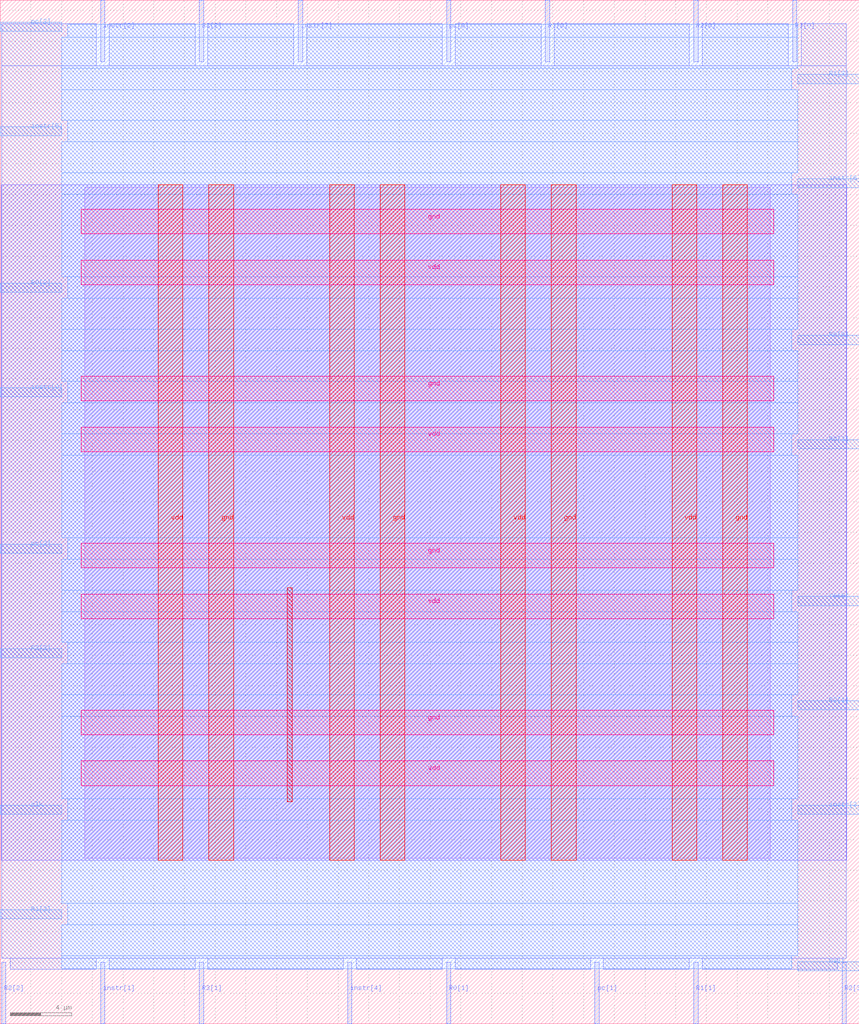
<source format=lef>
VERSION 5.7 ;
  NOWIREEXTENSIONATPIN ON ;
  DIVIDERCHAR "/" ;
  BUSBITCHARS "[]" ;
MACRO riscv32
  CLASS BLOCK ;
  FOREIGN riscv32 ;
  ORIGIN 0.000 0.000 ;
  SIZE 55.950 BY 66.670 ;
  PIN R0[0]
    DIRECTION OUTPUT TRISTATE ;
    USE SIGNAL ;
    ANTENNADIFFAREA 0.445500 ;
    PORT
      LAYER met3 ;
        RECT 51.950 44.240 55.950 44.840 ;
    END
  END R0[0]
  PIN R0[1]
    DIRECTION OUTPUT TRISTATE ;
    USE SIGNAL ;
    ANTENNADIFFAREA 0.795200 ;
    PORT
      LAYER met2 ;
        RECT 29.070 0.000 29.350 4.000 ;
    END
  END R0[1]
  PIN R0[2]
    DIRECTION OUTPUT TRISTATE ;
    USE SIGNAL ;
    ANTENNADIFFAREA 0.795200 ;
    PORT
      LAYER met3 ;
        RECT 0.000 47.640 4.000 48.240 ;
    END
  END R0[2]
  PIN R0[3]
    DIRECTION OUTPUT TRISTATE ;
    USE SIGNAL ;
    ANTENNADIFFAREA 0.795200 ;
    PORT
      LAYER met3 ;
        RECT 51.950 37.440 55.950 38.040 ;
    END
  END R0[3]
  PIN R1[0]
    DIRECTION OUTPUT TRISTATE ;
    USE SIGNAL ;
    ANTENNADIFFAREA 0.795200 ;
    PORT
      LAYER met2 ;
        RECT 35.510 62.670 35.790 66.670 ;
    END
  END R1[0]
  PIN R1[1]
    DIRECTION OUTPUT TRISTATE ;
    USE SIGNAL ;
    ANTENNADIFFAREA 0.795200 ;
    PORT
      LAYER met2 ;
        RECT 45.170 0.000 45.450 4.000 ;
    END
  END R1[1]
  PIN R1[2]
    DIRECTION OUTPUT TRISTATE ;
    USE SIGNAL ;
    ANTENNADIFFAREA 0.795200 ;
    PORT
      LAYER met3 ;
        RECT 0.000 6.840 4.000 7.440 ;
    END
  END R1[2]
  PIN R1[3]
    DIRECTION OUTPUT TRISTATE ;
    USE SIGNAL ;
    ANTENNADIFFAREA 0.795200 ;
    PORT
      LAYER met3 ;
        RECT 51.950 61.240 55.950 61.840 ;
    END
  END R1[3]
  PIN R2[0]
    DIRECTION OUTPUT TRISTATE ;
    USE SIGNAL ;
    ANTENNADIFFAREA 0.795200 ;
    PORT
      LAYER met2 ;
        RECT 45.170 62.670 45.450 66.670 ;
    END
  END R2[0]
  PIN R2[1]
    DIRECTION OUTPUT TRISTATE ;
    USE SIGNAL ;
    ANTENNADIFFAREA 0.795200 ;
    PORT
      LAYER met3 ;
        RECT 51.950 20.440 55.950 21.040 ;
    END
  END R2[1]
  PIN R2[2]
    DIRECTION OUTPUT TRISTATE ;
    USE SIGNAL ;
    ANTENNADIFFAREA 0.795200 ;
    PORT
      LAYER met2 ;
        RECT 0.090 0.000 0.370 4.000 ;
    END
  END R2[2]
  PIN R2[3]
    DIRECTION OUTPUT TRISTATE ;
    USE SIGNAL ;
    ANTENNADIFFAREA 0.795200 ;
    PORT
      LAYER met2 ;
        RECT 54.830 0.000 55.110 4.000 ;
    END
  END R2[3]
  PIN R3[0]
    DIRECTION OUTPUT TRISTATE ;
    USE SIGNAL ;
    ANTENNADIFFAREA 0.795200 ;
    PORT
      LAYER met2 ;
        RECT 51.610 62.670 51.890 66.670 ;
    END
  END R3[0]
  PIN R3[1]
    DIRECTION OUTPUT TRISTATE ;
    USE SIGNAL ;
    ANTENNADIFFAREA 0.795200 ;
    PORT
      LAYER met2 ;
        RECT 12.970 0.000 13.250 4.000 ;
    END
  END R3[1]
  PIN R3[2]
    DIRECTION OUTPUT TRISTATE ;
    USE SIGNAL ;
    ANTENNADIFFAREA 0.795200 ;
    PORT
      LAYER met2 ;
        RECT 12.970 62.670 13.250 66.670 ;
    END
  END R3[2]
  PIN R3[3]
    DIRECTION OUTPUT TRISTATE ;
    USE SIGNAL ;
    ANTENNADIFFAREA 0.795200 ;
    PORT
      LAYER met3 ;
        RECT 0.000 23.840 4.000 24.440 ;
    END
  END R3[3]
  PIN clk
    DIRECTION INPUT ;
    USE SIGNAL ;
    ANTENNAGATEAREA 0.852000 ;
    PORT
      LAYER met3 ;
        RECT 0.000 13.640 4.000 14.240 ;
    END
  END clk
  PIN gnd
    DIRECTION INOUT ;
    USE GROUND ;
    PORT
      LAYER met4 ;
        RECT 13.595 10.640 15.195 54.640 ;
    END
    PORT
      LAYER met4 ;
        RECT 24.750 10.640 26.350 54.640 ;
    END
    PORT
      LAYER met4 ;
        RECT 35.905 10.640 37.505 54.640 ;
    END
    PORT
      LAYER met4 ;
        RECT 47.060 10.640 48.660 54.640 ;
    END
    PORT
      LAYER met5 ;
        RECT 5.280 18.815 50.380 20.415 ;
    END
    PORT
      LAYER met5 ;
        RECT 5.280 29.690 50.380 31.290 ;
    END
    PORT
      LAYER met5 ;
        RECT 5.280 40.565 50.380 42.165 ;
    END
    PORT
      LAYER met5 ;
        RECT 5.280 51.440 50.380 53.040 ;
    END
  END gnd
  PIN halt
    DIRECTION OUTPUT TRISTATE ;
    USE SIGNAL ;
    ANTENNADIFFAREA 0.795200 ;
    PORT
      LAYER met3 ;
        RECT 51.950 3.440 55.950 4.040 ;
    END
  END halt
  PIN instr[0]
    DIRECTION OUTPUT TRISTATE ;
    USE SIGNAL ;
    ANTENNADIFFAREA 0.795200 ;
    PORT
      LAYER met3 ;
        RECT 0.000 40.840 4.000 41.440 ;
    END
  END instr[0]
  PIN instr[1]
    DIRECTION OUTPUT TRISTATE ;
    USE SIGNAL ;
    ANTENNADIFFAREA 0.795200 ;
    PORT
      LAYER met2 ;
        RECT 6.530 0.000 6.810 4.000 ;
    END
  END instr[1]
  PIN instr[2]
    DIRECTION OUTPUT TRISTATE ;
    USE SIGNAL ;
    ANTENNADIFFAREA 0.795200 ;
    PORT
      LAYER met2 ;
        RECT 6.530 62.670 6.810 66.670 ;
    END
  END instr[2]
  PIN instr[3]
    DIRECTION OUTPUT TRISTATE ;
    USE SIGNAL ;
    ANTENNADIFFAREA 0.795200 ;
    PORT
      LAYER met3 ;
        RECT 51.950 13.640 55.950 14.240 ;
    END
  END instr[3]
  PIN instr[4]
    DIRECTION OUTPUT TRISTATE ;
    USE SIGNAL ;
    ANTENNADIFFAREA 0.795200 ;
    PORT
      LAYER met2 ;
        RECT 22.630 0.000 22.910 4.000 ;
    END
  END instr[4]
  PIN instr[5]
    DIRECTION OUTPUT TRISTATE ;
    USE SIGNAL ;
    ANTENNADIFFAREA 0.795200 ;
    PORT
      LAYER met3 ;
        RECT 0.000 57.840 4.000 58.440 ;
    END
  END instr[5]
  PIN instr[6]
    DIRECTION OUTPUT TRISTATE ;
    USE SIGNAL ;
    ANTENNADIFFAREA 0.795200 ;
    PORT
      LAYER met3 ;
        RECT 51.950 54.440 55.950 55.040 ;
    END
  END instr[6]
  PIN instr[7]
    DIRECTION OUTPUT TRISTATE ;
    USE SIGNAL ;
    ANTENNADIFFAREA 0.795200 ;
    PORT
      LAYER met2 ;
        RECT 19.410 62.670 19.690 66.670 ;
    END
  END instr[7]
  PIN pc[0]
    DIRECTION OUTPUT TRISTATE ;
    USE SIGNAL ;
    ANTENNADIFFAREA 0.795200 ;
    PORT
      LAYER met2 ;
        RECT 29.070 62.670 29.350 66.670 ;
    END
  END pc[0]
  PIN pc[1]
    DIRECTION OUTPUT TRISTATE ;
    USE SIGNAL ;
    ANTENNADIFFAREA 0.795200 ;
    PORT
      LAYER met2 ;
        RECT 38.730 0.000 39.010 4.000 ;
    END
  END pc[1]
  PIN pc[2]
    DIRECTION OUTPUT TRISTATE ;
    USE SIGNAL ;
    ANTENNADIFFAREA 0.795200 ;
    PORT
      LAYER met3 ;
        RECT 0.000 30.640 4.000 31.240 ;
    END
  END pc[2]
  PIN pc[3]
    DIRECTION OUTPUT TRISTATE ;
    USE SIGNAL ;
    ANTENNADIFFAREA 0.795200 ;
    PORT
      LAYER met3 ;
        RECT 0.000 64.640 4.000 65.240 ;
    END
  END pc[3]
  PIN reset
    DIRECTION INPUT ;
    USE SIGNAL ;
    ANTENNAGATEAREA 0.213000 ;
    PORT
      LAYER met3 ;
        RECT 51.950 27.240 55.950 27.840 ;
    END
  END reset
  PIN vdd
    DIRECTION INOUT ;
    USE POWER ;
    PORT
      LAYER met4 ;
        RECT 10.295 10.640 11.895 54.640 ;
    END
    PORT
      LAYER met4 ;
        RECT 21.450 10.640 23.050 54.640 ;
    END
    PORT
      LAYER met4 ;
        RECT 32.605 10.640 34.205 54.640 ;
    END
    PORT
      LAYER met4 ;
        RECT 43.760 10.640 45.360 54.640 ;
    END
    PORT
      LAYER met5 ;
        RECT 5.280 15.515 50.380 17.115 ;
    END
    PORT
      LAYER met5 ;
        RECT 5.280 26.390 50.380 27.990 ;
    END
    PORT
      LAYER met5 ;
        RECT 5.280 37.265 50.380 38.865 ;
    END
    PORT
      LAYER met5 ;
        RECT 5.280 48.140 50.380 49.740 ;
    END
  END vdd
  OBS
      LAYER li1 ;
        RECT 5.520 10.795 50.140 54.485 ;
      LAYER met1 ;
        RECT 0.070 10.640 55.130 54.640 ;
      LAYER met2 ;
        RECT 0.100 62.390 6.250 65.125 ;
        RECT 7.090 62.390 12.690 65.125 ;
        RECT 13.530 62.390 19.130 65.125 ;
        RECT 19.970 62.390 28.790 65.125 ;
        RECT 29.630 62.390 35.230 65.125 ;
        RECT 36.070 62.390 44.890 65.125 ;
        RECT 45.730 62.390 51.330 65.125 ;
        RECT 52.170 62.390 55.100 65.125 ;
        RECT 0.100 4.280 55.100 62.390 ;
        RECT 0.650 3.555 6.250 4.280 ;
        RECT 7.090 3.555 12.690 4.280 ;
        RECT 13.530 3.555 22.350 4.280 ;
        RECT 23.190 3.555 28.790 4.280 ;
        RECT 29.630 3.555 38.450 4.280 ;
        RECT 39.290 3.555 44.890 4.280 ;
        RECT 45.730 3.555 54.550 4.280 ;
      LAYER met3 ;
        RECT 4.400 64.240 51.950 65.105 ;
        RECT 4.000 62.240 51.950 64.240 ;
        RECT 4.000 60.840 51.550 62.240 ;
        RECT 4.000 58.840 51.950 60.840 ;
        RECT 4.400 57.440 51.950 58.840 ;
        RECT 4.000 55.440 51.950 57.440 ;
        RECT 4.000 54.040 51.550 55.440 ;
        RECT 4.000 48.640 51.950 54.040 ;
        RECT 4.400 47.240 51.950 48.640 ;
        RECT 4.000 45.240 51.950 47.240 ;
        RECT 4.000 43.840 51.550 45.240 ;
        RECT 4.000 41.840 51.950 43.840 ;
        RECT 4.400 40.440 51.950 41.840 ;
        RECT 4.000 38.440 51.950 40.440 ;
        RECT 4.000 37.040 51.550 38.440 ;
        RECT 4.000 31.640 51.950 37.040 ;
        RECT 4.400 30.240 51.950 31.640 ;
        RECT 4.000 28.240 51.950 30.240 ;
        RECT 4.000 26.840 51.550 28.240 ;
        RECT 4.000 24.840 51.950 26.840 ;
        RECT 4.400 23.440 51.950 24.840 ;
        RECT 4.000 21.440 51.950 23.440 ;
        RECT 4.000 20.040 51.550 21.440 ;
        RECT 4.000 14.640 51.950 20.040 ;
        RECT 4.400 13.240 51.550 14.640 ;
        RECT 4.000 7.840 51.950 13.240 ;
        RECT 4.400 6.440 51.950 7.840 ;
        RECT 4.000 4.440 51.950 6.440 ;
        RECT 4.000 3.575 51.550 4.440 ;
      LAYER met4 ;
        RECT 18.695 14.455 19.025 28.385 ;
  END
END riscv32
END LIBRARY


</source>
